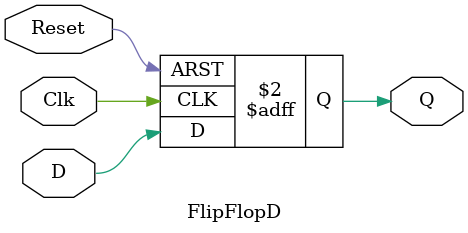
<source format=v>
module FlipFlopD(
    output reg Q, // Saída de 1 bit (valor armazenado).
    input D,      // Entrada de dados de 1 bit.
    input Clk,    // Sinal de clock.
    input Reset   // Sinal de reset assíncrono (nível alto).
);
    // Bloco always sensível à borda de subida do clock ou à borda de subida do reset.
    always @(posedge Clk or posedge Reset) begin
        // O Reset tem prioridade. Se Reset=1, a saída é zerada.
        if (Reset) Q <= 1'b0;
        // Se Reset=0, na borda de subida do clock, a saída Q recebe a entrada D.
        else Q <= D;
    end
endmodule
</source>
